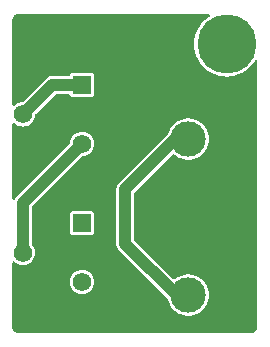
<source format=gbl>
G04 #@! TF.GenerationSoftware,KiCad,Pcbnew,8.0.1*
G04 #@! TF.CreationDate,2024-07-10T15:35:48+08:00*
G04 #@! TF.ProjectId,555Sandbox,35353553-616e-4646-926f-782e6b696361,1.0.0*
G04 #@! TF.SameCoordinates,Original*
G04 #@! TF.FileFunction,Copper,L2,Bot*
G04 #@! TF.FilePolarity,Positive*
%FSLAX46Y46*%
G04 Gerber Fmt 4.6, Leading zero omitted, Abs format (unit mm)*
G04 Created by KiCad (PCBNEW 8.0.1) date 2024-07-10 15:35:48*
%MOMM*%
%LPD*%
G01*
G04 APERTURE LIST*
G04 #@! TA.AperFunction,ComponentPad*
%ADD10R,1.560000X1.560000*%
G04 #@! TD*
G04 #@! TA.AperFunction,ComponentPad*
%ADD11C,1.560000*%
G04 #@! TD*
G04 #@! TA.AperFunction,ComponentPad*
%ADD12C,5.000000*%
G04 #@! TD*
G04 #@! TA.AperFunction,ComponentPad*
%ADD13C,3.000000*%
G04 #@! TD*
G04 #@! TA.AperFunction,SMDPad,CuDef*
%ADD14C,9.000000*%
G04 #@! TD*
G04 #@! TA.AperFunction,ViaPad*
%ADD15C,0.600000*%
G04 #@! TD*
G04 #@! TA.AperFunction,Conductor*
%ADD16C,1.000000*%
G04 #@! TD*
G04 APERTURE END LIST*
D10*
X81350000Y-73400000D03*
D11*
X76350000Y-75900000D03*
X81350000Y-78400000D03*
D12*
X93600000Y-69950000D03*
D10*
X81350000Y-85100000D03*
D11*
X76350000Y-87600000D03*
X81350000Y-90100000D03*
D13*
X90350000Y-78000000D03*
X90350000Y-91200000D03*
D14*
X90350000Y-84600000D03*
D15*
X95750000Y-86750000D03*
X94050000Y-73700000D03*
X95500000Y-75150000D03*
X94250000Y-88250000D03*
X95500000Y-73650000D03*
X95750000Y-88250000D03*
D16*
X89350000Y-91200000D02*
X85000000Y-86850000D01*
X90200000Y-91200000D02*
X89350000Y-91200000D01*
X85000000Y-86850000D02*
X85000000Y-82250000D01*
X89250000Y-78000000D02*
X90200000Y-78000000D01*
X85000000Y-82250000D02*
X89250000Y-78000000D01*
X81350000Y-73400000D02*
X78850000Y-73400000D01*
X78850000Y-73400000D02*
X76350000Y-75900000D01*
X81350000Y-78400000D02*
X76350000Y-83400000D01*
X76350000Y-83400000D02*
X76350000Y-87600000D01*
G04 #@! TA.AperFunction,Conductor*
G36*
X92122977Y-67420185D02*
G01*
X92168732Y-67472989D01*
X92178676Y-67542147D01*
X92149651Y-67605703D01*
X92120091Y-67630614D01*
X92067126Y-67662632D01*
X92034673Y-67682251D01*
X91772744Y-67887460D01*
X91537460Y-68122744D01*
X91332251Y-68384673D01*
X91160101Y-68669445D01*
X91160100Y-68669447D01*
X91023536Y-68972880D01*
X91023530Y-68972895D01*
X90924546Y-69290550D01*
X90864563Y-69617863D01*
X90844473Y-69950000D01*
X90864563Y-70282136D01*
X90864563Y-70282141D01*
X90864564Y-70282142D01*
X90924544Y-70609441D01*
X90924545Y-70609445D01*
X90924546Y-70609449D01*
X91023530Y-70927104D01*
X91023534Y-70927116D01*
X91023537Y-70927123D01*
X91160102Y-71230557D01*
X91230616Y-71347201D01*
X91332251Y-71515326D01*
X91537460Y-71777255D01*
X91772744Y-72012539D01*
X92034673Y-72217748D01*
X92034678Y-72217751D01*
X92034682Y-72217754D01*
X92319443Y-72389898D01*
X92622877Y-72526463D01*
X92622890Y-72526467D01*
X92622895Y-72526469D01*
X92834665Y-72592458D01*
X92940559Y-72625456D01*
X93267858Y-72685436D01*
X93600000Y-72705527D01*
X93932142Y-72685436D01*
X94259441Y-72625456D01*
X94577123Y-72526463D01*
X94880557Y-72389898D01*
X95165318Y-72217754D01*
X95427252Y-72012542D01*
X95662542Y-71777252D01*
X95867754Y-71515318D01*
X95969385Y-71347198D01*
X96020911Y-71300014D01*
X96089770Y-71288175D01*
X96154099Y-71315444D01*
X96193473Y-71373162D01*
X96199500Y-71411351D01*
X96199500Y-93893038D01*
X96198720Y-93906923D01*
X96188540Y-93997264D01*
X96182362Y-94024333D01*
X96154648Y-94103537D01*
X96142600Y-94128555D01*
X96097957Y-94199604D01*
X96080644Y-94221313D01*
X96021313Y-94280644D01*
X95999604Y-94297957D01*
X95928555Y-94342600D01*
X95903537Y-94354648D01*
X95824333Y-94382362D01*
X95797264Y-94388540D01*
X95717075Y-94397576D01*
X95706921Y-94398720D01*
X95693038Y-94399500D01*
X75956929Y-94399500D01*
X75943108Y-94398727D01*
X75851596Y-94388463D01*
X75824640Y-94382340D01*
X75744255Y-94354349D01*
X75719326Y-94342406D01*
X75647138Y-94297302D01*
X75625479Y-94280137D01*
X75565073Y-94220158D01*
X75547756Y-94198622D01*
X75502143Y-94126760D01*
X75490023Y-94101916D01*
X75461461Y-94021728D01*
X75455149Y-93994831D01*
X75451372Y-93963184D01*
X75450500Y-93948500D01*
X75450500Y-90100000D01*
X80314514Y-90100000D01*
X80334410Y-90302011D01*
X80393337Y-90496267D01*
X80489021Y-90675279D01*
X80489025Y-90675286D01*
X80617800Y-90832199D01*
X80774713Y-90960974D01*
X80774720Y-90960978D01*
X80953732Y-91056662D01*
X80953734Y-91056662D01*
X80953737Y-91056664D01*
X81147987Y-91115589D01*
X81147986Y-91115589D01*
X81166099Y-91117372D01*
X81350000Y-91135486D01*
X81552013Y-91115589D01*
X81746263Y-91056664D01*
X81925285Y-90960975D01*
X82082199Y-90832199D01*
X82210975Y-90675285D01*
X82306664Y-90496263D01*
X82365589Y-90302013D01*
X82385486Y-90100000D01*
X82365589Y-89897987D01*
X82306664Y-89703737D01*
X82306662Y-89703734D01*
X82306662Y-89703732D01*
X82210978Y-89524720D01*
X82210974Y-89524713D01*
X82082199Y-89367800D01*
X81925286Y-89239025D01*
X81925279Y-89239021D01*
X81746267Y-89143337D01*
X81649138Y-89113873D01*
X81552013Y-89084411D01*
X81552011Y-89084410D01*
X81552013Y-89084410D01*
X81350000Y-89064514D01*
X81147988Y-89084410D01*
X80953732Y-89143337D01*
X80774720Y-89239021D01*
X80774713Y-89239025D01*
X80617800Y-89367800D01*
X80489025Y-89524713D01*
X80489021Y-89524720D01*
X80393337Y-89703732D01*
X80334410Y-89897988D01*
X80314514Y-90100000D01*
X75450500Y-90100000D01*
X75450500Y-88457075D01*
X75470185Y-88390036D01*
X75522989Y-88344281D01*
X75592147Y-88334337D01*
X75653165Y-88361222D01*
X75774713Y-88460974D01*
X75774720Y-88460978D01*
X75953732Y-88556662D01*
X75953734Y-88556662D01*
X75953737Y-88556664D01*
X76147987Y-88615589D01*
X76147986Y-88615589D01*
X76166099Y-88617372D01*
X76350000Y-88635486D01*
X76552013Y-88615589D01*
X76746263Y-88556664D01*
X76925285Y-88460975D01*
X77082199Y-88332199D01*
X77210975Y-88175285D01*
X77306664Y-87996263D01*
X77365589Y-87802013D01*
X77385486Y-87600000D01*
X77365589Y-87397987D01*
X77306664Y-87203737D01*
X77306662Y-87203734D01*
X77306662Y-87203732D01*
X77210976Y-87024716D01*
X77210973Y-87024713D01*
X77128647Y-86924397D01*
X77128444Y-86923920D01*
X84249499Y-86923920D01*
X84278340Y-87068907D01*
X84278343Y-87068917D01*
X84334913Y-87205490D01*
X84334914Y-87205492D01*
X84360982Y-87244505D01*
X84360983Y-87244507D01*
X84417043Y-87328410D01*
X84417047Y-87328415D01*
X88607845Y-91519213D01*
X88641055Y-91579300D01*
X88672580Y-91717416D01*
X88768432Y-91961643D01*
X88899614Y-92188857D01*
X89031736Y-92354533D01*
X89063198Y-92393985D01*
X89244753Y-92562441D01*
X89255521Y-92572433D01*
X89472296Y-92720228D01*
X89472301Y-92720230D01*
X89472302Y-92720231D01*
X89472303Y-92720232D01*
X89597843Y-92780688D01*
X89708673Y-92834061D01*
X89708674Y-92834061D01*
X89708677Y-92834063D01*
X89959385Y-92911396D01*
X90218818Y-92950500D01*
X90481182Y-92950500D01*
X90740615Y-92911396D01*
X90991323Y-92834063D01*
X91227704Y-92720228D01*
X91444479Y-92572433D01*
X91636805Y-92393981D01*
X91800386Y-92188857D01*
X91931568Y-91961643D01*
X92027420Y-91717416D01*
X92085802Y-91461630D01*
X92105408Y-91200000D01*
X92100573Y-91135486D01*
X92085803Y-90938379D01*
X92085802Y-90938374D01*
X92085802Y-90938370D01*
X92027420Y-90682584D01*
X91931568Y-90438357D01*
X91800386Y-90211143D01*
X91636805Y-90006019D01*
X91636804Y-90006018D01*
X91636801Y-90006014D01*
X91444479Y-89827567D01*
X91227704Y-89679772D01*
X91227700Y-89679770D01*
X91227697Y-89679768D01*
X91227696Y-89679767D01*
X90991325Y-89565938D01*
X90991327Y-89565938D01*
X90740623Y-89488606D01*
X90740619Y-89488605D01*
X90740615Y-89488604D01*
X90615823Y-89469794D01*
X90481187Y-89449500D01*
X90481182Y-89449500D01*
X90218818Y-89449500D01*
X90218812Y-89449500D01*
X90057247Y-89473853D01*
X89959385Y-89488604D01*
X89959382Y-89488605D01*
X89959376Y-89488606D01*
X89708673Y-89565938D01*
X89472303Y-89679767D01*
X89472302Y-89679768D01*
X89255512Y-89827573D01*
X89230732Y-89850565D01*
X89168199Y-89881732D01*
X89098743Y-89874143D01*
X89058713Y-89847345D01*
X85786819Y-86575451D01*
X85753334Y-86514128D01*
X85750500Y-86487770D01*
X85750500Y-82612228D01*
X85770185Y-82545189D01*
X85786814Y-82524552D01*
X89006844Y-79304521D01*
X89068165Y-79271038D01*
X89137857Y-79276022D01*
X89178864Y-79301306D01*
X89255516Y-79372429D01*
X89255518Y-79372430D01*
X89255521Y-79372433D01*
X89472296Y-79520228D01*
X89472301Y-79520230D01*
X89472302Y-79520231D01*
X89472303Y-79520232D01*
X89597843Y-79580688D01*
X89708673Y-79634061D01*
X89708674Y-79634061D01*
X89708677Y-79634063D01*
X89959385Y-79711396D01*
X90218818Y-79750500D01*
X90481182Y-79750500D01*
X90740615Y-79711396D01*
X90991323Y-79634063D01*
X91227704Y-79520228D01*
X91444479Y-79372433D01*
X91636805Y-79193981D01*
X91800386Y-78988857D01*
X91931568Y-78761643D01*
X92027420Y-78517416D01*
X92085802Y-78261630D01*
X92090571Y-78197988D01*
X92105408Y-78000004D01*
X92105408Y-77999995D01*
X92085803Y-77738379D01*
X92085802Y-77738374D01*
X92085802Y-77738370D01*
X92027420Y-77482584D01*
X91931568Y-77238357D01*
X91800386Y-77011143D01*
X91636805Y-76806019D01*
X91636804Y-76806018D01*
X91636801Y-76806014D01*
X91444479Y-76627567D01*
X91227704Y-76479772D01*
X91227700Y-76479770D01*
X91227697Y-76479768D01*
X91227696Y-76479767D01*
X90991325Y-76365938D01*
X90991327Y-76365938D01*
X90740623Y-76288606D01*
X90740619Y-76288605D01*
X90740615Y-76288604D01*
X90615823Y-76269794D01*
X90481187Y-76249500D01*
X90481182Y-76249500D01*
X90218818Y-76249500D01*
X90218812Y-76249500D01*
X90057247Y-76273853D01*
X89959385Y-76288604D01*
X89959382Y-76288605D01*
X89959376Y-76288606D01*
X89708673Y-76365938D01*
X89472303Y-76479767D01*
X89472302Y-76479768D01*
X89255520Y-76627567D01*
X89063198Y-76806014D01*
X88899614Y-77011143D01*
X88768432Y-77238356D01*
X88672580Y-77482581D01*
X88670628Y-77491133D01*
X88637420Y-77551211D01*
X84417050Y-81771580D01*
X84417044Y-81771588D01*
X84367812Y-81845268D01*
X84367813Y-81845269D01*
X84334921Y-81894496D01*
X84334914Y-81894508D01*
X84278342Y-82031086D01*
X84278340Y-82031092D01*
X84249500Y-82176079D01*
X84249500Y-82176082D01*
X84249500Y-86923918D01*
X84249500Y-86923920D01*
X84249499Y-86923920D01*
X77128444Y-86923920D01*
X77101334Y-86860087D01*
X77100500Y-86845732D01*
X77100500Y-85904678D01*
X80319500Y-85904678D01*
X80334032Y-85977735D01*
X80334033Y-85977739D01*
X80334034Y-85977740D01*
X80389399Y-86060601D01*
X80472260Y-86115966D01*
X80472264Y-86115967D01*
X80545321Y-86130499D01*
X80545324Y-86130500D01*
X80545326Y-86130500D01*
X82154676Y-86130500D01*
X82154677Y-86130499D01*
X82227740Y-86115966D01*
X82310601Y-86060601D01*
X82365966Y-85977740D01*
X82380500Y-85904674D01*
X82380500Y-84295326D01*
X82380500Y-84295323D01*
X82380499Y-84295321D01*
X82365967Y-84222264D01*
X82365966Y-84222260D01*
X82310601Y-84139399D01*
X82227740Y-84084034D01*
X82227739Y-84084033D01*
X82227735Y-84084032D01*
X82154677Y-84069500D01*
X82154674Y-84069500D01*
X80545326Y-84069500D01*
X80545323Y-84069500D01*
X80472264Y-84084032D01*
X80472260Y-84084033D01*
X80389399Y-84139399D01*
X80334033Y-84222260D01*
X80334032Y-84222264D01*
X80319500Y-84295321D01*
X80319500Y-85904678D01*
X77100500Y-85904678D01*
X77100500Y-83762229D01*
X77120185Y-83695190D01*
X77136814Y-83674553D01*
X81347337Y-79464029D01*
X81408658Y-79430546D01*
X81422856Y-79428309D01*
X81552013Y-79415589D01*
X81746263Y-79356664D01*
X81925285Y-79260975D01*
X82082199Y-79132199D01*
X82210975Y-78975285D01*
X82306664Y-78796263D01*
X82365589Y-78602013D01*
X82385486Y-78400000D01*
X82365589Y-78197987D01*
X82306664Y-78003737D01*
X82306662Y-78003734D01*
X82306662Y-78003732D01*
X82210978Y-77824720D01*
X82210974Y-77824713D01*
X82082199Y-77667800D01*
X81925286Y-77539025D01*
X81925279Y-77539021D01*
X81746267Y-77443337D01*
X81649138Y-77413873D01*
X81552013Y-77384411D01*
X81552011Y-77384410D01*
X81552013Y-77384410D01*
X81350000Y-77364514D01*
X81147988Y-77384410D01*
X80953732Y-77443337D01*
X80774720Y-77539021D01*
X80774713Y-77539025D01*
X80617800Y-77667800D01*
X80489025Y-77824713D01*
X80489021Y-77824720D01*
X80393337Y-78003732D01*
X80334410Y-78197988D01*
X80321689Y-78327138D01*
X80295527Y-78391925D01*
X80285967Y-78402663D01*
X75767050Y-82921580D01*
X75767044Y-82921588D01*
X75717812Y-82995268D01*
X75717813Y-82995269D01*
X75684916Y-83044504D01*
X75683859Y-83046482D01*
X75683032Y-83047323D01*
X75681532Y-83049569D01*
X75681106Y-83049284D01*
X75634898Y-83096327D01*
X75566761Y-83111789D01*
X75501080Y-83087959D01*
X75458711Y-83032402D01*
X75450500Y-82988031D01*
X75450500Y-76757075D01*
X75470185Y-76690036D01*
X75522989Y-76644281D01*
X75592147Y-76634337D01*
X75653165Y-76661222D01*
X75774713Y-76760974D01*
X75774720Y-76760978D01*
X75953732Y-76856662D01*
X75953734Y-76856662D01*
X75953737Y-76856664D01*
X76147987Y-76915589D01*
X76147986Y-76915589D01*
X76166099Y-76917372D01*
X76350000Y-76935486D01*
X76552013Y-76915589D01*
X76746263Y-76856664D01*
X76925285Y-76760975D01*
X77082199Y-76632199D01*
X77210975Y-76475285D01*
X77306664Y-76296263D01*
X77365589Y-76102013D01*
X77378309Y-75972861D01*
X77404470Y-75908075D01*
X77414022Y-75897344D01*
X79124549Y-74186819D01*
X79185872Y-74153334D01*
X79212230Y-74150500D01*
X80206960Y-74150500D01*
X80273999Y-74170185D01*
X80319754Y-74222989D01*
X80328577Y-74250309D01*
X80334032Y-74277736D01*
X80334033Y-74277739D01*
X80334034Y-74277740D01*
X80389399Y-74360601D01*
X80472260Y-74415966D01*
X80472264Y-74415967D01*
X80545321Y-74430499D01*
X80545324Y-74430500D01*
X80545326Y-74430500D01*
X82154676Y-74430500D01*
X82154677Y-74430499D01*
X82227740Y-74415966D01*
X82310601Y-74360601D01*
X82365966Y-74277740D01*
X82380500Y-74204674D01*
X82380500Y-72595326D01*
X82380500Y-72595323D01*
X82380499Y-72595321D01*
X82365967Y-72522264D01*
X82365966Y-72522260D01*
X82310601Y-72439399D01*
X82236518Y-72389899D01*
X82227739Y-72384033D01*
X82227735Y-72384032D01*
X82154677Y-72369500D01*
X82154674Y-72369500D01*
X80545326Y-72369500D01*
X80545323Y-72369500D01*
X80472264Y-72384032D01*
X80472260Y-72384033D01*
X80389399Y-72439399D01*
X80334033Y-72522260D01*
X80334032Y-72522263D01*
X80328577Y-72549691D01*
X80296193Y-72611602D01*
X80235477Y-72646176D01*
X80206960Y-72649500D01*
X78776080Y-72649500D01*
X78631092Y-72678340D01*
X78631086Y-72678342D01*
X78494508Y-72734914D01*
X78494496Y-72734921D01*
X78445269Y-72767813D01*
X78371588Y-72817044D01*
X78371580Y-72817050D01*
X76352663Y-74835967D01*
X76291340Y-74869452D01*
X76277138Y-74871689D01*
X76147988Y-74884410D01*
X75953732Y-74943337D01*
X75774720Y-75039021D01*
X75774714Y-75039025D01*
X75653164Y-75138778D01*
X75588854Y-75166090D01*
X75519987Y-75154299D01*
X75468427Y-75107146D01*
X75450500Y-75042924D01*
X75450500Y-67906961D01*
X75451280Y-67893077D01*
X75451913Y-67887458D01*
X75461459Y-67802731D01*
X75467635Y-67775670D01*
X75495353Y-67696456D01*
X75507396Y-67671450D01*
X75552046Y-67600389D01*
X75569351Y-67578690D01*
X75628690Y-67519351D01*
X75650389Y-67502046D01*
X75721450Y-67457396D01*
X75746456Y-67445353D01*
X75825670Y-67417635D01*
X75852733Y-67411459D01*
X75915419Y-67404396D01*
X75943079Y-67401280D01*
X75956962Y-67400500D01*
X76015892Y-67400500D01*
X92055938Y-67400500D01*
X92122977Y-67420185D01*
G37*
G04 #@! TD.AperFunction*
M02*

</source>
